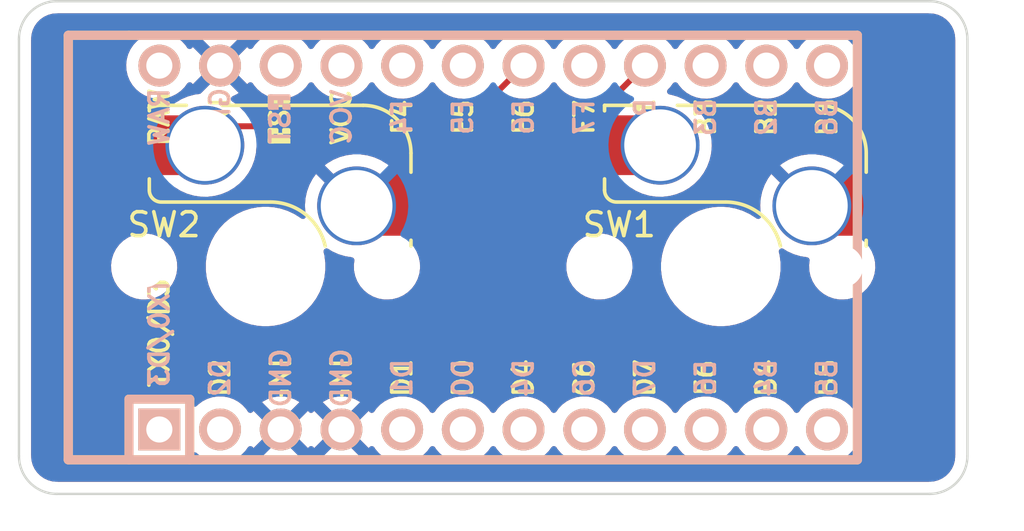
<source format=kicad_pcb>
(kicad_pcb (version 20211014) (generator pcbnew)
  (layers (0 "F.Cu" signal) (31 "B.Cu" signal) (34 "B.Paste" user) (35 "F.Paste" user) (36 "B.SilkS" user "B.Silkscreen") (37 "F.SilkS" user "F.Silkscreen") (38 "B.Mask" user) (39 "F.Mask" user) (44 "Edge.Cuts" user))
  (net 0 "")
  (net 17 "GND")
  (net 20 "Net-(U1-Pad16)")
  (net 21 "Net-(U1-Pad18)")
  (footprint "keebio:ArduinoProMicro" (layer "F.Cu") (at 104.775 88.10625)
    (fp_text reference "U1" hide)
    (fp_text value "ProMicro" hide)
    (fp_text user "VCC" (at -6.35 -5.461 90) (layer "B.SilkS") (effects (font (size 0.8 0.8)) (justify mirror)))
    (fp_text user "D0" (at -1.27 5.461 90) (layer "B.SilkS") (effects (font (size 0.8 0.8)) (justify mirror)))
    (fp_text user "D2" (at -11.43 5.461 90) (layer "B.SilkS") (effects (font (size 0.8 0.8)) (justify mirror)))
    (fp_text user "RAW" (at -13.97 -5.461 90) (layer "B.SilkS") (effects (font (size 0.8 0.8)) (justify mirror)))
    (fp_text user "GND" (at -6.35 5.461 90) (layer "B.SilkS") (effects (font (size 0.8 0.8)) (justify mirror)))
    (fp_text user "TX0/D3" (at -13.97 3.571872 90) (layer "B.SilkS") (effects (font (size 0.8 0.8)) (justify mirror)))
    (fp_text user "B1" (at 6.35 -5.461 90) (layer "B.SilkS") (effects (font (size 0.8 0.8)) (justify mirror)))
    (fp_text user "F4" (at -3.81 -5.461 90) (layer "B.SilkS") (effects (font (size 0.8 0.8)) (justify mirror)))
    (fp_text user "B3" (at 8.89 -5.461 90) (layer "B.SilkS") (effects (font (size 0.8 0.8)) (justify mirror)))
    (fp_text user "B5" (at 13.97 5.461 90) (layer "B.SilkS") (effects (font (size 0.8 0.8)) (justify mirror)))
    (fp_text user "GND" (at -8.89 5.461 90) (layer "B.SilkS") (effects (font (size 0.8 0.8)) (justify mirror)))
    (fp_text user "E6" (at 8.89 5.461 90) (layer "B.SilkS") (effects (font (size 0.8 0.8)) (justify mirror)))
    (fp_text user "ST" (at -8.91 -5.04 90) (layer "B.SilkS") (effects (font (size 0.8 0.8)) (justify mirror)))
    (fp_text user "D7" (at 6.35 5.461 90) (layer "B.SilkS") (effects (font (size 0.8 0.8)) (justify mirror)))
    (fp_text user "B2" (at 11.43 -5.461 90) (layer "B.SilkS") (effects (font (size 0.8 0.8)) (justify mirror)))
    (fp_text user "B6" (at 13.97 -5.461 90) (layer "B.SilkS") (effects (font (size 0.8 0.8)) (justify mirror)))
    (fp_text user "F6" (at 1.27 -5.461 90) (layer "B.SilkS") (effects (font (size 0.8 0.8)) (justify mirror)))
    (fp_text user "F5" (at -1.27 -5.461 90) (layer "B.SilkS") (effects (font (size 0.8 0.8)) (justify mirror)))
    (fp_text user "B4" (at 11.43 5.461 90) (layer "B.SilkS") (effects (font (size 0.8 0.8)) (justify mirror)))
    (fp_text user "F7" (at 3.81 -5.461 90) (layer "B.SilkS") (effects (font (size 0.8 0.8)) (justify mirror)))
    (fp_text user "D1" (at -3.81 5.461 90) (layer "B.SilkS") (effects (font (size 0.8 0.8)) (justify mirror)))
    (fp_text user "GND" (at -11.43 -5.461 90) (layer "B.SilkS") (effects (font (size 0.8 0.8)) (justify mirror)))
    (fp_text user "C6" (at 3.81 5.461 90) (layer "B.SilkS") (effects (font (size 0.8 0.8)) (justify mirror)))
    (fp_text user "D4" (at 1.27 5.461 90) (layer "B.SilkS") (effects (font (size 0.8 0.8)) (justify mirror)))
    (fp_text user "B4" (at 11.43 5.461 90) (layer "F.SilkS") (effects (font (size 0.8 0.8))))
    (fp_text user "C6" (at 3.81 5.461 90) (layer "F.SilkS") (effects (font (size 0.8 0.8))))
    (fp_text user "RAW" (at -13.97 -5.461 90) (layer "F.SilkS") (effects (font (size 0.8 0.8))))
    (fp_text user "B5" (at 13.97 5.461 90) (layer "F.SilkS") (effects (font (size 0.8 0.8))))
    (fp_text user "GND" (at -6.35 5.461 90) (layer "F.SilkS") (effects (font (size 0.8 0.8))))
    (fp_text user "F4" (at -3.81 -5.461 90) (layer "F.SilkS") (effects (font (size 0.8 0.8))))
    (fp_text user "D1" (at -3.81 5.461 90) (layer "F.SilkS") (effects (font (size 0.8 0.8))))
    (fp_text user "F7" (at 3.81 -5.461 90) (layer "F.SilkS") (effects (font (size 0.8 0.8))))
    (fp_text user "F5" (at -1.27 -5.461 90) (layer "F.SilkS") (effects (font (size 0.8 0.8))))
    (fp_text user "D7" (at 6.35 5.461 90) (layer "F.SilkS") (effects (font (size 0.8 0.8))))
    (fp_text user "B2" (at 11.43 -5.461 90) (layer "F.SilkS") (effects (font (size 0.8 0.8))))
    (fp_text user "B3" (at 8.89 -5.461 90) (layer "F.SilkS") (effects (font (size 0.8 0.8))))
    (fp_text user "D4" (at 1.27 5.461 90) (layer "F.SilkS") (effects (font (size 0.8 0.8))))
    (fp_text user "GND" (at -11.43 -5.461 90) (layer "F.SilkS") (effects (font (size 0.8 0.8))))
    (fp_text user "B6" (at 13.97 -5.461 90) (layer "F.SilkS") (effects (font (size 0.8 0.8))))
    (fp_text user "VCC" (at -6.35 -5.461 90) (layer "F.SilkS") (effects (font (size 0.8 0.8))))
    (fp_text user "D2" (at -11.43 5.461 90) (layer "F.SilkS") (effects (font (size 0.8 0.8))))
    (fp_text user "F6" (at 1.27 -5.461 90) (layer "F.SilkS") (effects (font (size 0.8 0.8))))
    (fp_text user "D0" (at -1.27 5.461 90) (layer "F.SilkS") (effects (font (size 0.8 0.8))))
    (fp_text user "TX0/D3" (at -13.97 3.571872 90) (layer "F.SilkS") (effects (font (size 0.8 0.8))))
    (fp_text user "ST" (at -8.92 -5.73312 90) (layer "F.SilkS") (effects (font (size 0.8 0.8))))
    (fp_text user "E6" (at 8.89 5.461 90) (layer "F.SilkS") (effects (font (size 0.8 0.8))))
    (fp_text user "GND" (at -8.89 5.461 90) (layer "F.SilkS") (effects (font (size 0.8 0.8))))
    (fp_text user "B1" (at 6.35 -5.461 90) (layer "F.SilkS") (effects (font (size 0.8 0.8))))
    (fp_line (start -17.78 8.89) (end 15.24 8.89) (layer "B.SilkS") (width 0.381))
    (fp_line (start 15.24 -8.89) (end -17.78 -8.89) (layer "B.SilkS") (width 0.381))
    (fp_line (start -15.24 6.35) (end -15.24 8.89) (layer "B.SilkS") (width 0.381))
    (fp_line (start -12.7 6.35) (end -12.7 8.89) (layer "B.SilkS") (width 0.381))
    (fp_line (start 15.24 8.89) (end 15.24 -8.89) (layer "B.SilkS") (width 0.381))
    (fp_line (start -15.24 6.35) (end -12.7 6.35) (layer "B.SilkS") (width 0.381))
    (fp_line (start -17.78 -8.89) (end -17.78 8.89) (layer "B.SilkS") (width 0.381))
    (fp_poly (pts (xy -9.35097 -5.844635) (xy -9.25097 -5.844635) (xy -9.25097 -6.344635) (xy -9.35097 -6.344635)) (layer "B.SilkS") (width 0.15) (fill solid))
    (fp_poly (pts (xy -9.35097 -6.244635) (xy -8.55097 -6.244635) (xy -8.55097 -6.344635) (xy -9.35097 -6.344635)) (layer "B.SilkS") (width 0.15) (fill solid))
    (fp_poly (pts (xy -8.75097 -5.844635) (xy -8.55097 -5.844635) (xy -8.55097 -5.944635) (xy -8.75097 -5.944635)) (layer "B.SilkS") (width 0.15) (fill solid))
    (fp_poly (pts (xy -9.35097 -5.844635) (xy -9.05097 -5.844635) (xy -9.05097 -5.944635) (xy -9.35097 -5.944635)) (layer "B.SilkS") (width 0.15) (fill solid))
    (fp_poly (pts (xy -8.95097 -6.044635) (xy -8.85097 -6.044635) (xy -8.85097 -6.144635) (xy -8.95097 -6.144635)) (layer "B.SilkS") (width 0.15) (fill solid))
    (fp_line (start -12.7 6.35) (end -12.7 8.89) (layer "F.SilkS") (width 0.381))
    (fp_line (start 15.24 8.89) (end 15.24 -8.89) (layer "F.SilkS") (width 0.381))
    (fp_line (start -15.24 6.35) (end -15.24 8.89) (layer "F.SilkS") (width 0.381))
    (fp_line (start -17.78 8.89) (end -15.24 8.89) (layer "F.SilkS") (width 0.381))
    (fp_line (start -15.24 6.35) (end -12.7 6.35) (layer "F.SilkS") (width 0.381))
    (fp_line (start 15.24 -8.89) (end -15.24 -8.89) (layer "F.SilkS") (width 0.381))
    (fp_line (start -15.24 -8.89) (end -17.78 -8.89) (layer "F.SilkS") (width 0.381))
    (fp_line (start -17.78 -8.89) (end -17.78 8.89) (layer "F.SilkS") (width 0.381))
    (fp_line (start -15.24 8.89) (end 15.24 8.89) (layer "F.SilkS") (width 0.381))
    (fp_poly (pts (xy -9.36064 -4.531568) (xy -8.56064 -4.531568) (xy -8.56064 -4.431568) (xy -9.36064 -4.431568)) (layer "F.SilkS") (width 0.15) (fill solid))
    (fp_poly (pts (xy -9.36064 -4.931568) (xy -9.06064 -4.931568) (xy -9.06064 -4.831568) (xy -9.36064 -4.831568)) (layer "F.SilkS") (width 0.15) (fill solid))
    (fp_poly (pts (xy -8.96064 -4.731568) (xy -8.86064 -4.731568) (xy -8.86064 -4.631568) (xy -8.96064 -4.631568)) (layer "F.SilkS") (width 0.15) (fill solid))
    (fp_poly (pts (xy -9.36064 -4.931568) (xy -9.26064 -4.931568) (xy -9.26064 -4.431568) (xy -9.36064 -4.431568)) (layer "F.SilkS") (width 0.15) (fill solid))
    (fp_poly (pts (xy -8.76064 -4.931568) (xy -8.56064 -4.931568) (xy -8.56064 -4.831568) (xy -8.76064 -4.831568)) (layer "F.SilkS") (width 0.15) (fill solid))
    (pad "1" thru_hole rect locked (at -13.97 7.62) (size 1.7526 1.7526) (drill 1.0922) (layers *.Cu *.SilkS *.Mask))
    (pad "2" thru_hole circle locked (at -11.43 7.62) (size 1.7526 1.7526) (drill 1.0922) (layers *.Cu *.SilkS *.Mask))
    (pad "3" thru_hole circle locked (at -8.89 7.62) (size 1.7526 1.7526) (drill 1.0922) (layers *.Cu *.SilkS *.Mask) (net 17 "GND"))
    (pad "4" thru_hole circle locked (at -6.35 7.62) (size 1.7526 1.7526) (drill 1.0922) (layers *.Cu *.SilkS *.Mask) (net 17 "GND"))
    (pad "5" thru_hole circle locked (at -3.81 7.62) (size 1.7526 1.7526) (drill 1.0922) (layers *.Cu *.SilkS *.Mask))
    (pad "6" thru_hole circle locked (at -1.27 7.62) (size 1.7526 1.7526) (drill 1.0922) (layers *.Cu *.SilkS *.Mask))
    (pad "7" thru_hole circle locked (at 1.27 7.62) (size 1.7526 1.7526) (drill 1.0922) (layers *.Cu *.SilkS *.Mask))
    (pad "8" thru_hole circle locked (at 3.81 7.62) (size 1.7526 1.7526) (drill 1.0922) (layers *.Cu *.SilkS *.Mask))
    (pad "9" thru_hole circle locked (at 6.35 7.62) (size 1.7526 1.7526) (drill 1.0922) (layers *.Cu *.SilkS *.Mask))
    (pad "10" thru_hole circle locked (at 8.89 7.62) (size 1.7526 1.7526) (drill 1.0922) (layers *.Cu *.SilkS *.Mask))
    (pad "11" thru_hole circle locked (at 11.43 7.62) (size 1.7526 1.7526) (drill 1.0922) (layers *.Cu *.SilkS *.Mask))
    (pad "12" thru_hole circle locked (at 13.97 7.62) (size 1.7526 1.7526) (drill 1.0922) (layers *.Cu *.SilkS *.Mask))
    (pad "13" thru_hole circle locked (at 13.97 -7.62) (size 1.7526 1.7526) (drill 1.0922) (layers *.Cu *.SilkS *.Mask))
    (pad "14" thru_hole circle locked (at 11.43 -7.62) (size 1.7526 1.7526) (drill 1.0922) (layers *.Cu *.SilkS *.Mask))
    (pad "15" thru_hole circle locked (at 8.89 -7.62) (size 1.7526 1.7526) (drill 1.0922) (layers *.Cu *.SilkS *.Mask))
    (pad "16" thru_hole circle locked (at 6.35 -7.62) (size 1.7526 1.7526) (drill 1.0922) (layers *.Cu *.SilkS *.Mask) (net 20 "Net-(U1-Pad16)"))
    (pad "17" thru_hole circle locked (at 3.81 -7.62) (size 1.7526 1.7526) (drill 1.0922) (layers *.Cu *.SilkS *.Mask))
    (pad "18" thru_hole circle locked (at 1.27 -7.62) (size 1.7526 1.7526) (drill 1.0922) (layers *.Cu *.SilkS *.Mask) (net 21 "Net-(U1-Pad18)"))
    (pad "19" thru_hole circle locked (at -1.27 -7.62) (size 1.7526 1.7526) (drill 1.0922) (layers *.Cu *.SilkS *.Mask))
    (pad "20" thru_hole circle locked (at -3.81 -7.62) (size 1.7526 1.7526) (drill 1.0922) (layers *.Cu *.SilkS *.Mask))
    (pad "21" thru_hole circle locked (at -6.35 -7.62) (size 1.7526 1.7526) (drill 1.0922) (layers *.Cu *.SilkS *.Mask))
    (pad "22" thru_hole circle locked (at -8.89 -7.62) (size 1.7526 1.7526) (drill 1.0922) (layers *.Cu *.SilkS *.Mask))
    (pad "23" thru_hole circle locked (at -11.43 -7.62) (size 1.7526 1.7526) (drill 1.0922) (layers *.Cu *.SilkS *.Mask) (net 17 "GND"))
    (pad "24" thru_hole circle locked (at -13.97 -7.62) (size 1.7526 1.7526) (drill 1.0922) (layers *.Cu *.SilkS *.Mask))
  )
  (footprint "marbastlib-mx:SW_MX_HS_1u" (layer "F.Cu") (at 95.25 88.9)
    (fp_text reference "SW2" (at -4.25 -1.75) (layer "F.SilkS"))
    (fp_text value "MX_SW_HS" hide)
    (fp_line (start 6.085176 -3.95022) (end 6.085176 -4.75022) (layer "F.SilkS") (width 0.15))
    (fp_line (start 6.085176 -1.10022) (end 6.085176 -0.86022) (layer "F.SilkS") (width 0.15))
    (fp_line (start -3.314824 -6.75022) (end -4.864824 -6.75022) (layer "F.SilkS") (width 0.15))
    (fp_line (start -4.864824 -3.67022) (end -4.864824 -3.20022) (layer "F.SilkS") (width 0.15))
    (fp_line (start -4.864824 -6.75022) (end -4.864824 -6.52022) (layer "F.SilkS") (width 0.15))
    (fp_line (start -4.364824 -2.70022) (end 0.2 -2.70022) (layer "F.SilkS") (width 0.15))
    (fp_line (start 4.085176 -6.75022) (end -1.814824 -6.75022) (layer "F.SilkS") (width 0.15))
    (fp_arc (start -4.364824 -2.70022) (mid -4.718377 -2.846667) (end -4.864824 -3.20022) (layer "F.SilkS") (width 0.15))
    (fp_arc (start 0.2 -2.70022) (mid 1.670693 -2.183637) (end 2.494322 -0.86022) (layer "F.SilkS") (width 0.15))
    (fp_arc (start 4.085176 -6.75022) (mid 5.499392 -6.164435) (end 6.085176 -4.75022) (layer "F.SilkS") (width 0.15))
    (pad "" np_thru_hole circle (at 5.08 0) (size 1.75 1.75) (drill 1.75) (layers *.Cu *.Mask))
    (pad "" np_thru_hole circle (at -5.08 0) (size 1.75 1.75) (drill 1.75) (layers *.Cu *.Mask))
    (pad "" np_thru_hole circle (at 0 0) (size 3.9878 3.9878) (drill 3.9878) (layers *.Cu *.Mask))
    (pad "1" smd rect (at 5.635 -2.54 180) (size 1.65 2.5) (layers "F.Cu") (net 17 "GND"))
    (pad "1" smd roundrect (at 7.36 -2.54) (size 2.55 2.5) (layers "F.Cu" "F.Paste" "F.Mask") (roundrect_rratio 0.1) (net 17 "GND"))
    (pad "1" thru_hole circle (at 3.81 -2.54) (size 3.3 3.3) (drill 3) (layers *.Cu *.Mask) (net 17 "GND"))
    (pad "2" smd rect (at -4.34 -5.08) (size 1.65 2.5) (layers "F.Cu") (net 21 "Net-(U1-Pad18)"))
    (pad "2" smd roundrect (at -6.09 -5.08) (size 2.55 2.5) (layers "F.Cu" "F.Paste" "F.Mask") (roundrect_rratio 0.1) (net 21 "Net-(U1-Pad18)"))
    (pad "2" thru_hole circle (at -2.54 -5.08) (size 3.3 3.3) (drill 3) (layers *.Cu *.Mask) (net 21 "Net-(U1-Pad18)"))
  )
  (footprint "marbastlib-mx:SW_MX_HS_1u" (layer "F.Cu") (at 114.3 88.9)
    (fp_text reference "SW1" (at -4.25 -1.75) (layer "F.SilkS"))
    (fp_text value "MX_SW_HS" hide)
    (fp_line (start 4.085176 -6.75022) (end -1.814824 -6.75022) (layer "F.SilkS") (width 0.15))
    (fp_line (start 6.085176 -3.95022) (end 6.085176 -4.75022) (layer "F.SilkS") (width 0.15))
    (fp_line (start -4.364824 -2.70022) (end 0.2 -2.70022) (layer "F.SilkS") (width 0.15))
    (fp_line (start -4.864824 -6.75022) (end -4.864824 -6.52022) (layer "F.SilkS") (width 0.15))
    (fp_line (start -4.864824 -3.67022) (end -4.864824 -3.20022) (layer "F.SilkS") (width 0.15))
    (fp_line (start -3.314824 -6.75022) (end -4.864824 -6.75022) (layer "F.SilkS") (width 0.15))
    (fp_line (start 6.085176 -1.10022) (end 6.085176 -0.86022) (layer "F.SilkS") (width 0.15))
    (fp_arc (start 0.2 -2.70022) (mid 1.670693 -2.183637) (end 2.494322 -0.86022) (layer "F.SilkS") (width 0.15))
    (fp_arc (start -4.364824 -2.70022) (mid -4.718377 -2.846667) (end -4.864824 -3.20022) (layer "F.SilkS") (width 0.15))
    (fp_arc (start 4.085176 -6.75022) (mid 5.499392 -6.164435) (end 6.085176 -4.75022) (layer "F.SilkS") (width 0.15))
    (pad "" np_thru_hole circle (at 0 0) (size 3.9878 3.9878) (drill 3.9878) (layers *.Cu *.Mask))
    (pad "" np_thru_hole circle (at -5.08 0) (size 1.75 1.75) (drill 1.75) (layers *.Cu *.Mask))
    (pad "" np_thru_hole circle (at 5.08 0) (size 1.75 1.75) (drill 1.75) (layers *.Cu *.Mask))
    (pad "1" smd roundrect (at 7.36 -2.54) (size 2.55 2.5) (layers "F.Cu" "F.Paste" "F.Mask") (roundrect_rratio 0.1) (net 17 "GND"))
    (pad "1" smd rect (at 5.635 -2.54 180) (size 1.65 2.5) (layers "F.Cu") (net 17 "GND"))
    (pad "1" thru_hole circle (at 3.81 -2.54) (size 3.3 3.3) (drill 3) (layers *.Cu *.Mask) (net 17 "GND"))
    (pad "2" smd roundrect (at -6.09 -5.08) (size 2.55 2.5) (layers "F.Cu" "F.Paste" "F.Mask") (roundrect_rratio 0.1) (net 20 "Net-(U1-Pad16)"))
    (pad "2" thru_hole circle (at -2.54 -5.08) (size 3.3 3.3) (drill 3) (layers *.Cu *.Mask) (net 20 "Net-(U1-Pad16)"))
    (pad "2" smd rect (at -4.34 -5.08) (size 1.65 2.5) (layers "F.Cu") (net 20 "Net-(U1-Pad16)"))
  )
  (gr_line (start 86.51875 98.425) (end 123.03125 98.425) (layer "Edge.Cuts") (width 0.1))
  (gr_line (start 123.03125 77.7875) (end 86.51875 77.7875) (layer "Edge.Cuts") (width 0.1))
  (gr_line (start 84.93125 79.375) (end 84.93125 96.8375) (layer "Edge.Cuts") (width 0.1))
  (gr_arc (start 123.03125 77.7875) (mid 124.153782 78.252468) (end 124.61875 79.375) (layer "Edge.Cuts") (width 0.1))
  (gr_arc (start 84.93125 79.375) (mid 85.396218 78.252468) (end 86.51875 77.7875) (layer "Edge.Cuts") (width 0.1))
  (gr_line (start 124.61875 96.8375) (end 124.61875 79.375) (layer "Edge.Cuts") (width 0.1))
  (gr_arc (start 124.61875 96.8375) (mid 124.153782 97.960032) (end 123.03125 98.425) (layer "Edge.Cuts") (width 0.1))
  (gr_arc (start 86.51875 98.425) (mid 85.396218 97.960032) (end 84.93125 96.8375) (layer "Edge.Cuts") (width 0.1))
  (segment (start 108.21 83.02625) (end 108.585 83.02625) (width 0.25) (layer "F.Cu") (net 20))
  (segment (start 108.585 83.02625) (end 111.125 80.48625) (width 0.25) (layer "F.Cu") (net 20))
  (segment (start 89.16 83.02625) (end 103.505 83.02625) (width 0.25) (layer "F.Cu") (net 21))
  (segment (start 103.505 83.02625) (end 106.045 80.48625) (width 0.25) (layer "F.Cu") (net 21))
  (zone (net 17) (net_name "GND") (layers F&B.Cu) (connect_pads (clearance 0.508)) (min_thickness 0.254) (fill yes (thermal_gap 0.508) (thermal_bridge_width 0.508))
    (polygon (pts (xy 127 100.0125) (xy 84.1375 100.0125) (xy 84.1375 77.7875) (xy 127 77.7875)))
  )
)
</source>
